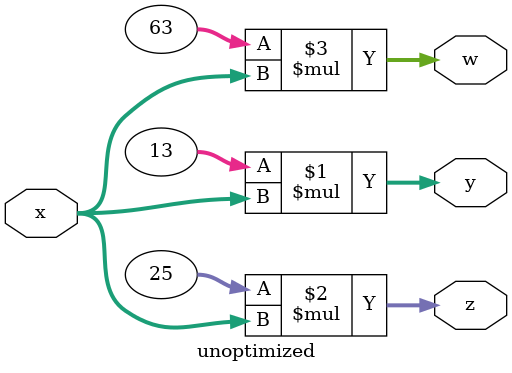
<source format=v>
module unoptimized(
    input [31:0] x,
    output [31:0] y,
    output [31:0] z,
    output [31:0] w
);

assign y = 13 * x ;
assign z = 25 * x ;
assign w = 63 * x ;

endmodule

</source>
